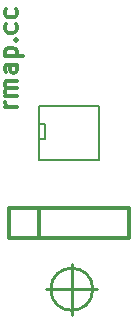
<source format=gbr>
G04 #@! TF.FileFunction,Legend,Top*
%FSLAX46Y46*%
G04 Gerber Fmt 4.6, Leading zero omitted, Abs format (unit mm)*
G04 Created by KiCad (PCBNEW 0.201509251832+6217~30~ubuntu14.04.1-product) date gio 08 ott 2015 23:54:13 CEST*
%MOMM*%
G01*
G04 APERTURE LIST*
%ADD10C,0.200000*%
%ADD11C,0.300000*%
%ADD12C,0.150000*%
%ADD13C,0.304800*%
%ADD14C,0.254000*%
G04 APERTURE END LIST*
D10*
D11*
X146728571Y-79037142D02*
X145728571Y-79037142D01*
X146014286Y-79037142D02*
X145871429Y-78965714D01*
X145800000Y-78894285D01*
X145728571Y-78751428D01*
X145728571Y-78608571D01*
X146728571Y-78108571D02*
X145728571Y-78108571D01*
X145871429Y-78108571D02*
X145800000Y-78037143D01*
X145728571Y-77894285D01*
X145728571Y-77680000D01*
X145800000Y-77537143D01*
X145942857Y-77465714D01*
X146728571Y-77465714D01*
X145942857Y-77465714D02*
X145800000Y-77394285D01*
X145728571Y-77251428D01*
X145728571Y-77037143D01*
X145800000Y-76894285D01*
X145942857Y-76822857D01*
X146728571Y-76822857D01*
X146728571Y-75465714D02*
X145942857Y-75465714D01*
X145800000Y-75537143D01*
X145728571Y-75680000D01*
X145728571Y-75965714D01*
X145800000Y-76108571D01*
X146657143Y-75465714D02*
X146728571Y-75608571D01*
X146728571Y-75965714D01*
X146657143Y-76108571D01*
X146514286Y-76180000D01*
X146371429Y-76180000D01*
X146228571Y-76108571D01*
X146157143Y-75965714D01*
X146157143Y-75608571D01*
X146085714Y-75465714D01*
X145728571Y-74751428D02*
X147228571Y-74751428D01*
X145800000Y-74751428D02*
X145728571Y-74608571D01*
X145728571Y-74322857D01*
X145800000Y-74180000D01*
X145871429Y-74108571D01*
X146014286Y-74037142D01*
X146442857Y-74037142D01*
X146585714Y-74108571D01*
X146657143Y-74180000D01*
X146728571Y-74322857D01*
X146728571Y-74608571D01*
X146657143Y-74751428D01*
X146585714Y-73394285D02*
X146657143Y-73322857D01*
X146728571Y-73394285D01*
X146657143Y-73465714D01*
X146585714Y-73394285D01*
X146728571Y-73394285D01*
X146657143Y-72037142D02*
X146728571Y-72179999D01*
X146728571Y-72465713D01*
X146657143Y-72608571D01*
X146585714Y-72679999D01*
X146442857Y-72751428D01*
X146014286Y-72751428D01*
X145871429Y-72679999D01*
X145800000Y-72608571D01*
X145728571Y-72465713D01*
X145728571Y-72179999D01*
X145800000Y-72037142D01*
X146657143Y-70751428D02*
X146728571Y-70894285D01*
X146728571Y-71179999D01*
X146657143Y-71322857D01*
X146585714Y-71394285D01*
X146442857Y-71465714D01*
X146014286Y-71465714D01*
X145871429Y-71394285D01*
X145800000Y-71322857D01*
X145728571Y-71179999D01*
X145728571Y-70894285D01*
X145800000Y-70751428D01*
D12*
X148590000Y-78994000D02*
X153670000Y-78994000D01*
X153670000Y-78994000D02*
X153670000Y-83566000D01*
X153670000Y-83566000D02*
X148590000Y-83566000D01*
X148590000Y-83566000D02*
X148590000Y-78994000D01*
X148590000Y-80518000D02*
X149098000Y-80518000D01*
X149098000Y-80518000D02*
X149098000Y-81788000D01*
X149098000Y-81788000D02*
X148590000Y-81788000D01*
D13*
X148590000Y-87630000D02*
X148590000Y-90170000D01*
X156210000Y-90170000D02*
X146050000Y-90170000D01*
X146050000Y-87630000D02*
X156210000Y-87630000D01*
X146050000Y-90170000D02*
X146050000Y-87630000D01*
X156210000Y-87630000D02*
X156210000Y-90170000D01*
D14*
X151384000Y-92329000D02*
X151384000Y-96647000D01*
X149225000Y-94488000D02*
X153543000Y-94488000D01*
X153162000Y-94488000D02*
G75*
G03X153162000Y-94488000I-1778000J0D01*
G01*
M02*

</source>
